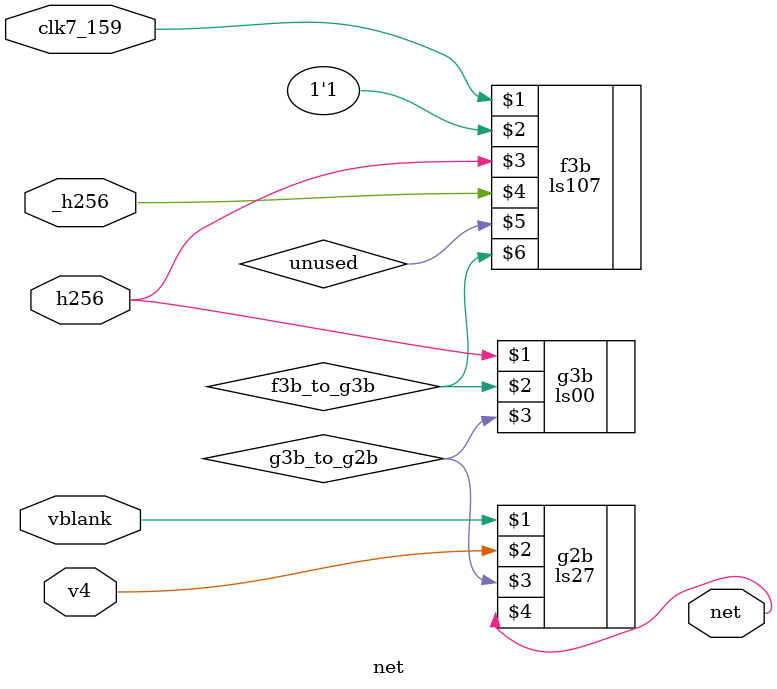
<source format=v>
/*
  MIT License

  Copyright (c) 2019 Richard Eng

  Permission is hereby granted, free of charge, to any person obtaining a copy
  of this software and associated documentation files (the "Software"), to deal
  in the Software without restriction, including without limitation the rights
  to use, copy, modify, merge, publish, distribute, sublicense, and/or sell
  copies of the Software, and to permit persons to whom the Software is
  furnished to do so, subject to the following conditions:

  The above copyright notice and this permission notice shall be included in all
  copies or substantial portions of the Software.

  THE SOFTWARE IS PROVIDED "AS IS", WITHOUT WARRANTY OF ANY KIND, EXPRESS OR
  IMPLIED, INCLUDING BUT NOT LIMITED TO THE WARRANTIES OF MERCHANTABILITY,
  FITNESS FOR A PARTICULAR PURPOSE AND NONINFRINGEMENT. IN NO EVENT SHALL THE
  AUTHORS OR COPYRIGHT HOLDERS BE LIABLE FOR ANY CLAIM, DAMAGES OR OTHER
  LIABILITY, WHETHER IN AN ACTION OF CONTRACT, TORT OR OTHERWISE, ARISING FROM,
  OUT OF OR IN CONNECTION WITH THE SOFTWARE OR THE USE OR OTHER DEALINGS IN THE
  SOFTWARE.
*/

/*
  Pong - The Net Circuit
  ----------------------
*/
`default_nettype none

module net
(
    input wire  clk7_159, vblank, v4, h256, _h256,
    output wire net
);

wire unused, f3b_to_g3b, g3b_to_g2b;

ls107 f3b(clk7_159, 1'b1, h256, _h256, unused, f3b_to_g3b);
ls00 g3b(h256, f3b_to_g3b, g3b_to_g2b);
ls27 g2b(vblank, v4, g3b_to_g2b, net);

endmodule
</source>
